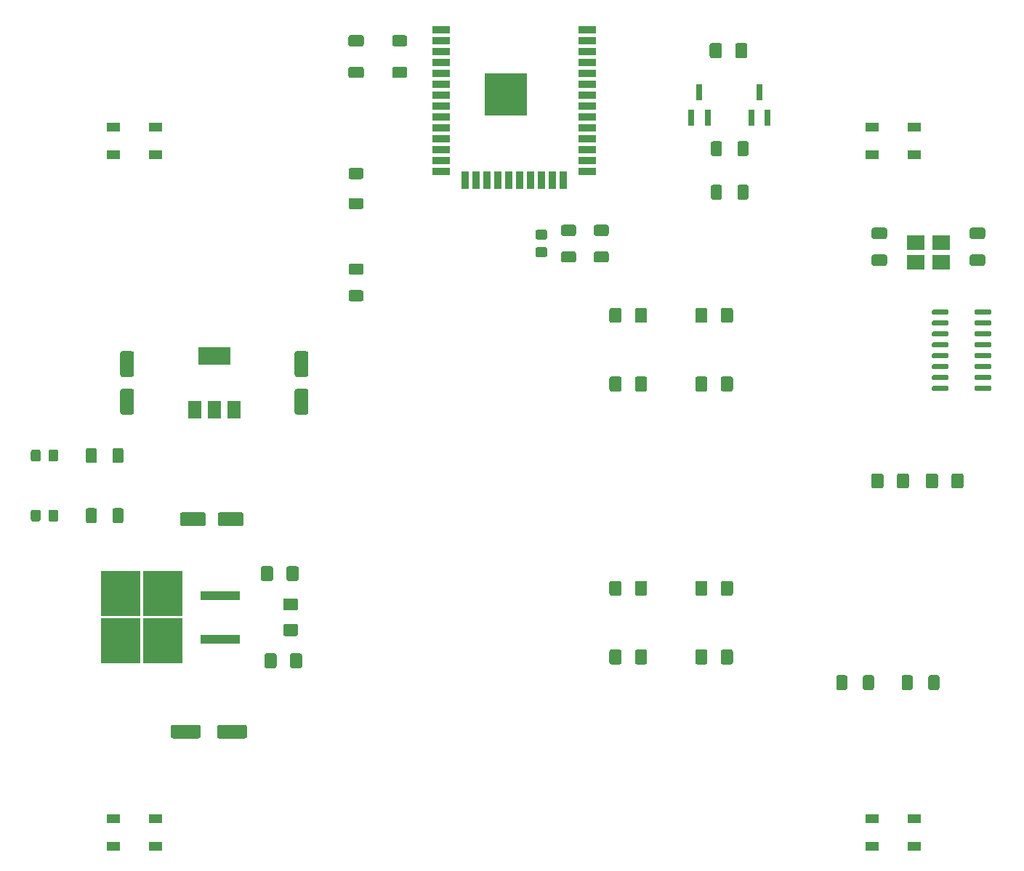
<source format=gtp>
G04 #@! TF.GenerationSoftware,KiCad,Pcbnew,(5.1.8)-1*
G04 #@! TF.CreationDate,2021-12-20T19:06:14+01:00*
G04 #@! TF.ProjectId,Elab car PCB,456c6162-2063-4617-9220-5043422e6b69,rev?*
G04 #@! TF.SameCoordinates,Original*
G04 #@! TF.FileFunction,Paste,Top*
G04 #@! TF.FilePolarity,Positive*
%FSLAX46Y46*%
G04 Gerber Fmt 4.6, Leading zero omitted, Abs format (unit mm)*
G04 Created by KiCad (PCBNEW (5.1.8)-1) date 2021-12-20 19:06:14*
%MOMM*%
%LPD*%
G01*
G04 APERTURE LIST*
%ADD10R,0.800000X1.900000*%
%ADD11R,5.000000X5.000000*%
%ADD12R,2.000000X0.900000*%
%ADD13R,0.900000X2.000000*%
%ADD14R,4.600000X1.100000*%
%ADD15R,4.550000X5.250000*%
%ADD16R,2.100000X1.800000*%
%ADD17R,3.800000X2.000000*%
%ADD18R,1.500000X2.000000*%
%ADD19R,1.500000X1.000000*%
G04 APERTURE END LIST*
D10*
X168275000Y-55650000D03*
X169225000Y-58650000D03*
X167325000Y-58650000D03*
X161290000Y-55650000D03*
X162240000Y-58650000D03*
X160340000Y-58650000D03*
D11*
X138700000Y-55887000D03*
D12*
X131200000Y-48387000D03*
X131200000Y-49657000D03*
X131200000Y-50927000D03*
X131200000Y-52197000D03*
X131200000Y-53467000D03*
X131200000Y-54737000D03*
X131200000Y-56007000D03*
X131200000Y-57277000D03*
X131200000Y-58547000D03*
X131200000Y-59817000D03*
X131200000Y-61087000D03*
X131200000Y-62357000D03*
X131200000Y-63627000D03*
X131200000Y-64897000D03*
D13*
X133985000Y-65897000D03*
X135255000Y-65897000D03*
X136525000Y-65897000D03*
X137795000Y-65897000D03*
X139065000Y-65897000D03*
X140335000Y-65897000D03*
X141605000Y-65897000D03*
X142875000Y-65897000D03*
X144145000Y-65897000D03*
X145415000Y-65897000D03*
D12*
X148200000Y-64897000D03*
X148200000Y-63627000D03*
X148200000Y-62357000D03*
X148200000Y-61087000D03*
X148200000Y-59817000D03*
X148200000Y-58547000D03*
X148200000Y-57277000D03*
X148200000Y-56007000D03*
X148200000Y-54737000D03*
X148200000Y-53467000D03*
X148200000Y-52197000D03*
X148200000Y-50927000D03*
X148200000Y-49657000D03*
X148200000Y-48387000D03*
G36*
G01*
X195285000Y-90020000D02*
X195285000Y-90320000D01*
G75*
G02*
X195135000Y-90470000I-150000J0D01*
G01*
X193485000Y-90470000D01*
G75*
G02*
X193335000Y-90320000I0J150000D01*
G01*
X193335000Y-90020000D01*
G75*
G02*
X193485000Y-89870000I150000J0D01*
G01*
X195135000Y-89870000D01*
G75*
G02*
X195285000Y-90020000I0J-150000D01*
G01*
G37*
G36*
G01*
X195285000Y-88750000D02*
X195285000Y-89050000D01*
G75*
G02*
X195135000Y-89200000I-150000J0D01*
G01*
X193485000Y-89200000D01*
G75*
G02*
X193335000Y-89050000I0J150000D01*
G01*
X193335000Y-88750000D01*
G75*
G02*
X193485000Y-88600000I150000J0D01*
G01*
X195135000Y-88600000D01*
G75*
G02*
X195285000Y-88750000I0J-150000D01*
G01*
G37*
G36*
G01*
X195285000Y-87480000D02*
X195285000Y-87780000D01*
G75*
G02*
X195135000Y-87930000I-150000J0D01*
G01*
X193485000Y-87930000D01*
G75*
G02*
X193335000Y-87780000I0J150000D01*
G01*
X193335000Y-87480000D01*
G75*
G02*
X193485000Y-87330000I150000J0D01*
G01*
X195135000Y-87330000D01*
G75*
G02*
X195285000Y-87480000I0J-150000D01*
G01*
G37*
G36*
G01*
X195285000Y-86210000D02*
X195285000Y-86510000D01*
G75*
G02*
X195135000Y-86660000I-150000J0D01*
G01*
X193485000Y-86660000D01*
G75*
G02*
X193335000Y-86510000I0J150000D01*
G01*
X193335000Y-86210000D01*
G75*
G02*
X193485000Y-86060000I150000J0D01*
G01*
X195135000Y-86060000D01*
G75*
G02*
X195285000Y-86210000I0J-150000D01*
G01*
G37*
G36*
G01*
X195285000Y-84940000D02*
X195285000Y-85240000D01*
G75*
G02*
X195135000Y-85390000I-150000J0D01*
G01*
X193485000Y-85390000D01*
G75*
G02*
X193335000Y-85240000I0J150000D01*
G01*
X193335000Y-84940000D01*
G75*
G02*
X193485000Y-84790000I150000J0D01*
G01*
X195135000Y-84790000D01*
G75*
G02*
X195285000Y-84940000I0J-150000D01*
G01*
G37*
G36*
G01*
X195285000Y-83670000D02*
X195285000Y-83970000D01*
G75*
G02*
X195135000Y-84120000I-150000J0D01*
G01*
X193485000Y-84120000D01*
G75*
G02*
X193335000Y-83970000I0J150000D01*
G01*
X193335000Y-83670000D01*
G75*
G02*
X193485000Y-83520000I150000J0D01*
G01*
X195135000Y-83520000D01*
G75*
G02*
X195285000Y-83670000I0J-150000D01*
G01*
G37*
G36*
G01*
X195285000Y-82400000D02*
X195285000Y-82700000D01*
G75*
G02*
X195135000Y-82850000I-150000J0D01*
G01*
X193485000Y-82850000D01*
G75*
G02*
X193335000Y-82700000I0J150000D01*
G01*
X193335000Y-82400000D01*
G75*
G02*
X193485000Y-82250000I150000J0D01*
G01*
X195135000Y-82250000D01*
G75*
G02*
X195285000Y-82400000I0J-150000D01*
G01*
G37*
G36*
G01*
X195285000Y-81130000D02*
X195285000Y-81430000D01*
G75*
G02*
X195135000Y-81580000I-150000J0D01*
G01*
X193485000Y-81580000D01*
G75*
G02*
X193335000Y-81430000I0J150000D01*
G01*
X193335000Y-81130000D01*
G75*
G02*
X193485000Y-80980000I150000J0D01*
G01*
X195135000Y-80980000D01*
G75*
G02*
X195285000Y-81130000I0J-150000D01*
G01*
G37*
G36*
G01*
X190335000Y-81130000D02*
X190335000Y-81430000D01*
G75*
G02*
X190185000Y-81580000I-150000J0D01*
G01*
X188535000Y-81580000D01*
G75*
G02*
X188385000Y-81430000I0J150000D01*
G01*
X188385000Y-81130000D01*
G75*
G02*
X188535000Y-80980000I150000J0D01*
G01*
X190185000Y-80980000D01*
G75*
G02*
X190335000Y-81130000I0J-150000D01*
G01*
G37*
G36*
G01*
X190335000Y-82400000D02*
X190335000Y-82700000D01*
G75*
G02*
X190185000Y-82850000I-150000J0D01*
G01*
X188535000Y-82850000D01*
G75*
G02*
X188385000Y-82700000I0J150000D01*
G01*
X188385000Y-82400000D01*
G75*
G02*
X188535000Y-82250000I150000J0D01*
G01*
X190185000Y-82250000D01*
G75*
G02*
X190335000Y-82400000I0J-150000D01*
G01*
G37*
G36*
G01*
X190335000Y-83670000D02*
X190335000Y-83970000D01*
G75*
G02*
X190185000Y-84120000I-150000J0D01*
G01*
X188535000Y-84120000D01*
G75*
G02*
X188385000Y-83970000I0J150000D01*
G01*
X188385000Y-83670000D01*
G75*
G02*
X188535000Y-83520000I150000J0D01*
G01*
X190185000Y-83520000D01*
G75*
G02*
X190335000Y-83670000I0J-150000D01*
G01*
G37*
G36*
G01*
X190335000Y-84940000D02*
X190335000Y-85240000D01*
G75*
G02*
X190185000Y-85390000I-150000J0D01*
G01*
X188535000Y-85390000D01*
G75*
G02*
X188385000Y-85240000I0J150000D01*
G01*
X188385000Y-84940000D01*
G75*
G02*
X188535000Y-84790000I150000J0D01*
G01*
X190185000Y-84790000D01*
G75*
G02*
X190335000Y-84940000I0J-150000D01*
G01*
G37*
G36*
G01*
X190335000Y-86210000D02*
X190335000Y-86510000D01*
G75*
G02*
X190185000Y-86660000I-150000J0D01*
G01*
X188535000Y-86660000D01*
G75*
G02*
X188385000Y-86510000I0J150000D01*
G01*
X188385000Y-86210000D01*
G75*
G02*
X188535000Y-86060000I150000J0D01*
G01*
X190185000Y-86060000D01*
G75*
G02*
X190335000Y-86210000I0J-150000D01*
G01*
G37*
G36*
G01*
X190335000Y-87480000D02*
X190335000Y-87780000D01*
G75*
G02*
X190185000Y-87930000I-150000J0D01*
G01*
X188535000Y-87930000D01*
G75*
G02*
X188385000Y-87780000I0J150000D01*
G01*
X188385000Y-87480000D01*
G75*
G02*
X188535000Y-87330000I150000J0D01*
G01*
X190185000Y-87330000D01*
G75*
G02*
X190335000Y-87480000I0J-150000D01*
G01*
G37*
G36*
G01*
X190335000Y-88750000D02*
X190335000Y-89050000D01*
G75*
G02*
X190185000Y-89200000I-150000J0D01*
G01*
X188535000Y-89200000D01*
G75*
G02*
X188385000Y-89050000I0J150000D01*
G01*
X188385000Y-88750000D01*
G75*
G02*
X188535000Y-88600000I150000J0D01*
G01*
X190185000Y-88600000D01*
G75*
G02*
X190335000Y-88750000I0J-150000D01*
G01*
G37*
G36*
G01*
X190335000Y-90020000D02*
X190335000Y-90320000D01*
G75*
G02*
X190185000Y-90470000I-150000J0D01*
G01*
X188535000Y-90470000D01*
G75*
G02*
X188385000Y-90320000I0J150000D01*
G01*
X188385000Y-90020000D01*
G75*
G02*
X188535000Y-89870000I150000J0D01*
G01*
X190185000Y-89870000D01*
G75*
G02*
X190335000Y-90020000I0J-150000D01*
G01*
G37*
D14*
X105470000Y-119380000D03*
X105470000Y-114300000D03*
D15*
X93895000Y-114065000D03*
X98745000Y-119615000D03*
X93895000Y-119615000D03*
X98745000Y-114065000D03*
G36*
G01*
X166882500Y-50175000D02*
X166882500Y-51425000D01*
G75*
G02*
X166632500Y-51675000I-250000J0D01*
G01*
X165707500Y-51675000D01*
G75*
G02*
X165457500Y-51425000I0J250000D01*
G01*
X165457500Y-50175000D01*
G75*
G02*
X165707500Y-49925000I250000J0D01*
G01*
X166632500Y-49925000D01*
G75*
G02*
X166882500Y-50175000I0J-250000D01*
G01*
G37*
G36*
G01*
X163907500Y-50175000D02*
X163907500Y-51425000D01*
G75*
G02*
X163657500Y-51675000I-250000J0D01*
G01*
X162732500Y-51675000D01*
G75*
G02*
X162482500Y-51425000I0J250000D01*
G01*
X162482500Y-50175000D01*
G75*
G02*
X162732500Y-49925000I250000J0D01*
G01*
X163657500Y-49925000D01*
G75*
G02*
X163907500Y-50175000I0J-250000D01*
G01*
G37*
G36*
G01*
X114595000Y-111135000D02*
X114595000Y-112385000D01*
G75*
G02*
X114345000Y-112635000I-250000J0D01*
G01*
X113420000Y-112635000D01*
G75*
G02*
X113170000Y-112385000I0J250000D01*
G01*
X113170000Y-111135000D01*
G75*
G02*
X113420000Y-110885000I250000J0D01*
G01*
X114345000Y-110885000D01*
G75*
G02*
X114595000Y-111135000I0J-250000D01*
G01*
G37*
G36*
G01*
X111620000Y-111135000D02*
X111620000Y-112385000D01*
G75*
G02*
X111370000Y-112635000I-250000J0D01*
G01*
X110445000Y-112635000D01*
G75*
G02*
X110195000Y-112385000I0J250000D01*
G01*
X110195000Y-111135000D01*
G75*
G02*
X110445000Y-110885000I250000J0D01*
G01*
X111370000Y-110885000D01*
G75*
G02*
X111620000Y-111135000I0J-250000D01*
G01*
G37*
G36*
G01*
X114290000Y-119040000D02*
X113040000Y-119040000D01*
G75*
G02*
X112790000Y-118790000I0J250000D01*
G01*
X112790000Y-117865000D01*
G75*
G02*
X113040000Y-117615000I250000J0D01*
G01*
X114290000Y-117615000D01*
G75*
G02*
X114540000Y-117865000I0J-250000D01*
G01*
X114540000Y-118790000D01*
G75*
G02*
X114290000Y-119040000I-250000J0D01*
G01*
G37*
G36*
G01*
X114290000Y-116065000D02*
X113040000Y-116065000D01*
G75*
G02*
X112790000Y-115815000I0J250000D01*
G01*
X112790000Y-114890000D01*
G75*
G02*
X113040000Y-114640000I250000J0D01*
G01*
X114290000Y-114640000D01*
G75*
G02*
X114540000Y-114890000I0J-250000D01*
G01*
X114540000Y-115815000D01*
G75*
G02*
X114290000Y-116065000I-250000J0D01*
G01*
G37*
G36*
G01*
X160800000Y-90286500D02*
X160800000Y-89036500D01*
G75*
G02*
X161050000Y-88786500I250000J0D01*
G01*
X161975000Y-88786500D01*
G75*
G02*
X162225000Y-89036500I0J-250000D01*
G01*
X162225000Y-90286500D01*
G75*
G02*
X161975000Y-90536500I-250000J0D01*
G01*
X161050000Y-90536500D01*
G75*
G02*
X160800000Y-90286500I0J250000D01*
G01*
G37*
G36*
G01*
X163775000Y-90286500D02*
X163775000Y-89036500D01*
G75*
G02*
X164025000Y-88786500I250000J0D01*
G01*
X164950000Y-88786500D01*
G75*
G02*
X165200000Y-89036500I0J-250000D01*
G01*
X165200000Y-90286500D01*
G75*
G02*
X164950000Y-90536500I-250000J0D01*
G01*
X164025000Y-90536500D01*
G75*
G02*
X163775000Y-90286500I0J250000D01*
G01*
G37*
G36*
G01*
X150800000Y-90286500D02*
X150800000Y-89036500D01*
G75*
G02*
X151050000Y-88786500I250000J0D01*
G01*
X151975000Y-88786500D01*
G75*
G02*
X152225000Y-89036500I0J-250000D01*
G01*
X152225000Y-90286500D01*
G75*
G02*
X151975000Y-90536500I-250000J0D01*
G01*
X151050000Y-90536500D01*
G75*
G02*
X150800000Y-90286500I0J250000D01*
G01*
G37*
G36*
G01*
X153775000Y-90286500D02*
X153775000Y-89036500D01*
G75*
G02*
X154025000Y-88786500I250000J0D01*
G01*
X154950000Y-88786500D01*
G75*
G02*
X155200000Y-89036500I0J-250000D01*
G01*
X155200000Y-90286500D01*
G75*
G02*
X154950000Y-90536500I-250000J0D01*
G01*
X154025000Y-90536500D01*
G75*
G02*
X153775000Y-90286500I0J250000D01*
G01*
G37*
G36*
G01*
X160800000Y-114100000D02*
X160800000Y-112850000D01*
G75*
G02*
X161050000Y-112600000I250000J0D01*
G01*
X161975000Y-112600000D01*
G75*
G02*
X162225000Y-112850000I0J-250000D01*
G01*
X162225000Y-114100000D01*
G75*
G02*
X161975000Y-114350000I-250000J0D01*
G01*
X161050000Y-114350000D01*
G75*
G02*
X160800000Y-114100000I0J250000D01*
G01*
G37*
G36*
G01*
X163775000Y-114100000D02*
X163775000Y-112850000D01*
G75*
G02*
X164025000Y-112600000I250000J0D01*
G01*
X164950000Y-112600000D01*
G75*
G02*
X165200000Y-112850000I0J-250000D01*
G01*
X165200000Y-114100000D01*
G75*
G02*
X164950000Y-114350000I-250000J0D01*
G01*
X164025000Y-114350000D01*
G75*
G02*
X163775000Y-114100000I0J250000D01*
G01*
G37*
G36*
G01*
X150800000Y-122100000D02*
X150800000Y-120850000D01*
G75*
G02*
X151050000Y-120600000I250000J0D01*
G01*
X151975000Y-120600000D01*
G75*
G02*
X152225000Y-120850000I0J-250000D01*
G01*
X152225000Y-122100000D01*
G75*
G02*
X151975000Y-122350000I-250000J0D01*
G01*
X151050000Y-122350000D01*
G75*
G02*
X150800000Y-122100000I0J250000D01*
G01*
G37*
G36*
G01*
X153775000Y-122100000D02*
X153775000Y-120850000D01*
G75*
G02*
X154025000Y-120600000I250000J0D01*
G01*
X154950000Y-120600000D01*
G75*
G02*
X155200000Y-120850000I0J-250000D01*
G01*
X155200000Y-122100000D01*
G75*
G02*
X154950000Y-122350000I-250000J0D01*
G01*
X154025000Y-122350000D01*
G75*
G02*
X153775000Y-122100000I0J250000D01*
G01*
G37*
G36*
G01*
X160800000Y-82286500D02*
X160800000Y-81036500D01*
G75*
G02*
X161050000Y-80786500I250000J0D01*
G01*
X161975000Y-80786500D01*
G75*
G02*
X162225000Y-81036500I0J-250000D01*
G01*
X162225000Y-82286500D01*
G75*
G02*
X161975000Y-82536500I-250000J0D01*
G01*
X161050000Y-82536500D01*
G75*
G02*
X160800000Y-82286500I0J250000D01*
G01*
G37*
G36*
G01*
X163775000Y-82286500D02*
X163775000Y-81036500D01*
G75*
G02*
X164025000Y-80786500I250000J0D01*
G01*
X164950000Y-80786500D01*
G75*
G02*
X165200000Y-81036500I0J-250000D01*
G01*
X165200000Y-82286500D01*
G75*
G02*
X164950000Y-82536500I-250000J0D01*
G01*
X164025000Y-82536500D01*
G75*
G02*
X163775000Y-82286500I0J250000D01*
G01*
G37*
G36*
G01*
X150800000Y-82286500D02*
X150800000Y-81036500D01*
G75*
G02*
X151050000Y-80786500I250000J0D01*
G01*
X151975000Y-80786500D01*
G75*
G02*
X152225000Y-81036500I0J-250000D01*
G01*
X152225000Y-82286500D01*
G75*
G02*
X151975000Y-82536500I-250000J0D01*
G01*
X151050000Y-82536500D01*
G75*
G02*
X150800000Y-82286500I0J250000D01*
G01*
G37*
G36*
G01*
X153775000Y-82286500D02*
X153775000Y-81036500D01*
G75*
G02*
X154025000Y-80786500I250000J0D01*
G01*
X154950000Y-80786500D01*
G75*
G02*
X155200000Y-81036500I0J-250000D01*
G01*
X155200000Y-82286500D01*
G75*
G02*
X154950000Y-82536500I-250000J0D01*
G01*
X154025000Y-82536500D01*
G75*
G02*
X153775000Y-82286500I0J250000D01*
G01*
G37*
G36*
G01*
X160800000Y-122100000D02*
X160800000Y-120850000D01*
G75*
G02*
X161050000Y-120600000I250000J0D01*
G01*
X161975000Y-120600000D01*
G75*
G02*
X162225000Y-120850000I0J-250000D01*
G01*
X162225000Y-122100000D01*
G75*
G02*
X161975000Y-122350000I-250000J0D01*
G01*
X161050000Y-122350000D01*
G75*
G02*
X160800000Y-122100000I0J250000D01*
G01*
G37*
G36*
G01*
X163775000Y-122100000D02*
X163775000Y-120850000D01*
G75*
G02*
X164025000Y-120600000I250000J0D01*
G01*
X164950000Y-120600000D01*
G75*
G02*
X165200000Y-120850000I0J-250000D01*
G01*
X165200000Y-122100000D01*
G75*
G02*
X164950000Y-122350000I-250000J0D01*
G01*
X164025000Y-122350000D01*
G75*
G02*
X163775000Y-122100000I0J250000D01*
G01*
G37*
G36*
G01*
X150800000Y-114100000D02*
X150800000Y-112850000D01*
G75*
G02*
X151050000Y-112600000I250000J0D01*
G01*
X151975000Y-112600000D01*
G75*
G02*
X152225000Y-112850000I0J-250000D01*
G01*
X152225000Y-114100000D01*
G75*
G02*
X151975000Y-114350000I-250000J0D01*
G01*
X151050000Y-114350000D01*
G75*
G02*
X150800000Y-114100000I0J250000D01*
G01*
G37*
G36*
G01*
X153775000Y-114100000D02*
X153775000Y-112850000D01*
G75*
G02*
X154025000Y-112600000I250000J0D01*
G01*
X154950000Y-112600000D01*
G75*
G02*
X155200000Y-112850000I0J-250000D01*
G01*
X155200000Y-114100000D01*
G75*
G02*
X154950000Y-114350000I-250000J0D01*
G01*
X154025000Y-114350000D01*
G75*
G02*
X153775000Y-114100000I0J250000D01*
G01*
G37*
G36*
G01*
X110612500Y-122545000D02*
X110612500Y-121295000D01*
G75*
G02*
X110862500Y-121045000I250000J0D01*
G01*
X111787500Y-121045000D01*
G75*
G02*
X112037500Y-121295000I0J-250000D01*
G01*
X112037500Y-122545000D01*
G75*
G02*
X111787500Y-122795000I-250000J0D01*
G01*
X110862500Y-122795000D01*
G75*
G02*
X110612500Y-122545000I0J250000D01*
G01*
G37*
G36*
G01*
X113587500Y-122545000D02*
X113587500Y-121295000D01*
G75*
G02*
X113837500Y-121045000I250000J0D01*
G01*
X114762500Y-121045000D01*
G75*
G02*
X115012500Y-121295000I0J-250000D01*
G01*
X115012500Y-122545000D01*
G75*
G02*
X114762500Y-122795000I-250000J0D01*
G01*
X113837500Y-122795000D01*
G75*
G02*
X113587500Y-122545000I0J250000D01*
G01*
G37*
G36*
G01*
X181315000Y-101590000D02*
X181315000Y-100340000D01*
G75*
G02*
X181565000Y-100090000I250000J0D01*
G01*
X182490000Y-100090000D01*
G75*
G02*
X182740000Y-100340000I0J-250000D01*
G01*
X182740000Y-101590000D01*
G75*
G02*
X182490000Y-101840000I-250000J0D01*
G01*
X181565000Y-101840000D01*
G75*
G02*
X181315000Y-101590000I0J250000D01*
G01*
G37*
G36*
G01*
X184290000Y-101590000D02*
X184290000Y-100340000D01*
G75*
G02*
X184540000Y-100090000I250000J0D01*
G01*
X185465000Y-100090000D01*
G75*
G02*
X185715000Y-100340000I0J-250000D01*
G01*
X185715000Y-101590000D01*
G75*
G02*
X185465000Y-101840000I-250000J0D01*
G01*
X184540000Y-101840000D01*
G75*
G02*
X184290000Y-101590000I0J250000D01*
G01*
G37*
D16*
X186510000Y-75445000D03*
X189410000Y-75445000D03*
X189410000Y-73145000D03*
X186510000Y-73145000D03*
D17*
X104775000Y-86360000D03*
D18*
X104775000Y-92660000D03*
X107075000Y-92660000D03*
X102475000Y-92660000D03*
G36*
G01*
X184845000Y-125085000D02*
X184845000Y-123835000D01*
G75*
G02*
X185095000Y-123585000I250000J0D01*
G01*
X185895000Y-123585000D01*
G75*
G02*
X186145000Y-123835000I0J-250000D01*
G01*
X186145000Y-125085000D01*
G75*
G02*
X185895000Y-125335000I-250000J0D01*
G01*
X185095000Y-125335000D01*
G75*
G02*
X184845000Y-125085000I0J250000D01*
G01*
G37*
G36*
G01*
X187945000Y-125085000D02*
X187945000Y-123835000D01*
G75*
G02*
X188195000Y-123585000I250000J0D01*
G01*
X188995000Y-123585000D01*
G75*
G02*
X189245000Y-123835000I0J-250000D01*
G01*
X189245000Y-125085000D01*
G75*
G02*
X188995000Y-125335000I-250000J0D01*
G01*
X188195000Y-125335000D01*
G75*
G02*
X187945000Y-125085000I0J250000D01*
G01*
G37*
G36*
G01*
X177225000Y-125085000D02*
X177225000Y-123835000D01*
G75*
G02*
X177475000Y-123585000I250000J0D01*
G01*
X178275000Y-123585000D01*
G75*
G02*
X178525000Y-123835000I0J-250000D01*
G01*
X178525000Y-125085000D01*
G75*
G02*
X178275000Y-125335000I-250000J0D01*
G01*
X177475000Y-125335000D01*
G75*
G02*
X177225000Y-125085000I0J250000D01*
G01*
G37*
G36*
G01*
X180325000Y-125085000D02*
X180325000Y-123835000D01*
G75*
G02*
X180575000Y-123585000I250000J0D01*
G01*
X181375000Y-123585000D01*
G75*
G02*
X181625000Y-123835000I0J-250000D01*
G01*
X181625000Y-125085000D01*
G75*
G02*
X181375000Y-125335000I-250000J0D01*
G01*
X180575000Y-125335000D01*
G75*
G02*
X180325000Y-125085000I0J250000D01*
G01*
G37*
G36*
G01*
X150485000Y-75505000D02*
X149235000Y-75505000D01*
G75*
G02*
X148985000Y-75255000I0J250000D01*
G01*
X148985000Y-74455000D01*
G75*
G02*
X149235000Y-74205000I250000J0D01*
G01*
X150485000Y-74205000D01*
G75*
G02*
X150735000Y-74455000I0J-250000D01*
G01*
X150735000Y-75255000D01*
G75*
G02*
X150485000Y-75505000I-250000J0D01*
G01*
G37*
G36*
G01*
X150485000Y-72405000D02*
X149235000Y-72405000D01*
G75*
G02*
X148985000Y-72155000I0J250000D01*
G01*
X148985000Y-71355000D01*
G75*
G02*
X149235000Y-71105000I250000J0D01*
G01*
X150485000Y-71105000D01*
G75*
G02*
X150735000Y-71355000I0J-250000D01*
G01*
X150735000Y-72155000D01*
G75*
G02*
X150485000Y-72405000I-250000J0D01*
G01*
G37*
G36*
G01*
X162620000Y-62855000D02*
X162620000Y-61605000D01*
G75*
G02*
X162870000Y-61355000I250000J0D01*
G01*
X163670000Y-61355000D01*
G75*
G02*
X163920000Y-61605000I0J-250000D01*
G01*
X163920000Y-62855000D01*
G75*
G02*
X163670000Y-63105000I-250000J0D01*
G01*
X162870000Y-63105000D01*
G75*
G02*
X162620000Y-62855000I0J250000D01*
G01*
G37*
G36*
G01*
X165720000Y-62855000D02*
X165720000Y-61605000D01*
G75*
G02*
X165970000Y-61355000I250000J0D01*
G01*
X166770000Y-61355000D01*
G75*
G02*
X167020000Y-61605000I0J-250000D01*
G01*
X167020000Y-62855000D01*
G75*
G02*
X166770000Y-63105000I-250000J0D01*
G01*
X165970000Y-63105000D01*
G75*
G02*
X165720000Y-62855000I0J250000D01*
G01*
G37*
G36*
G01*
X167020000Y-66685000D02*
X167020000Y-67935000D01*
G75*
G02*
X166770000Y-68185000I-250000J0D01*
G01*
X165970000Y-68185000D01*
G75*
G02*
X165720000Y-67935000I0J250000D01*
G01*
X165720000Y-66685000D01*
G75*
G02*
X165970000Y-66435000I250000J0D01*
G01*
X166770000Y-66435000D01*
G75*
G02*
X167020000Y-66685000I0J-250000D01*
G01*
G37*
G36*
G01*
X163920000Y-66685000D02*
X163920000Y-67935000D01*
G75*
G02*
X163670000Y-68185000I-250000J0D01*
G01*
X162870000Y-68185000D01*
G75*
G02*
X162620000Y-67935000I0J250000D01*
G01*
X162620000Y-66685000D01*
G75*
G02*
X162870000Y-66435000I250000J0D01*
G01*
X163670000Y-66435000D01*
G75*
G02*
X163920000Y-66685000I0J-250000D01*
G01*
G37*
G36*
G01*
X94200000Y-104375000D02*
X94200000Y-105625000D01*
G75*
G02*
X93950000Y-105875000I-250000J0D01*
G01*
X93150000Y-105875000D01*
G75*
G02*
X92900000Y-105625000I0J250000D01*
G01*
X92900000Y-104375000D01*
G75*
G02*
X93150000Y-104125000I250000J0D01*
G01*
X93950000Y-104125000D01*
G75*
G02*
X94200000Y-104375000I0J-250000D01*
G01*
G37*
G36*
G01*
X91100000Y-104375000D02*
X91100000Y-105625000D01*
G75*
G02*
X90850000Y-105875000I-250000J0D01*
G01*
X90050000Y-105875000D01*
G75*
G02*
X89800000Y-105625000I0J250000D01*
G01*
X89800000Y-104375000D01*
G75*
G02*
X90050000Y-104125000I250000J0D01*
G01*
X90850000Y-104125000D01*
G75*
G02*
X91100000Y-104375000I0J-250000D01*
G01*
G37*
G36*
G01*
X94200000Y-97375000D02*
X94200000Y-98625000D01*
G75*
G02*
X93950000Y-98875000I-250000J0D01*
G01*
X93150000Y-98875000D01*
G75*
G02*
X92900000Y-98625000I0J250000D01*
G01*
X92900000Y-97375000D01*
G75*
G02*
X93150000Y-97125000I250000J0D01*
G01*
X93950000Y-97125000D01*
G75*
G02*
X94200000Y-97375000I0J-250000D01*
G01*
G37*
G36*
G01*
X91100000Y-97375000D02*
X91100000Y-98625000D01*
G75*
G02*
X90850000Y-98875000I-250000J0D01*
G01*
X90050000Y-98875000D01*
G75*
G02*
X89800000Y-98625000I0J250000D01*
G01*
X89800000Y-97375000D01*
G75*
G02*
X90050000Y-97125000I250000J0D01*
G01*
X90850000Y-97125000D01*
G75*
G02*
X91100000Y-97375000I0J-250000D01*
G01*
G37*
G36*
G01*
X121910000Y-80025000D02*
X120660000Y-80025000D01*
G75*
G02*
X120410000Y-79775000I0J250000D01*
G01*
X120410000Y-78975000D01*
G75*
G02*
X120660000Y-78725000I250000J0D01*
G01*
X121910000Y-78725000D01*
G75*
G02*
X122160000Y-78975000I0J-250000D01*
G01*
X122160000Y-79775000D01*
G75*
G02*
X121910000Y-80025000I-250000J0D01*
G01*
G37*
G36*
G01*
X121910000Y-76925000D02*
X120660000Y-76925000D01*
G75*
G02*
X120410000Y-76675000I0J250000D01*
G01*
X120410000Y-75875000D01*
G75*
G02*
X120660000Y-75625000I250000J0D01*
G01*
X121910000Y-75625000D01*
G75*
G02*
X122160000Y-75875000I0J-250000D01*
G01*
X122160000Y-76675000D01*
G75*
G02*
X121910000Y-76925000I-250000J0D01*
G01*
G37*
G36*
G01*
X121910400Y-69285000D02*
X120659600Y-69285000D01*
G75*
G02*
X120410000Y-69035400I0J249600D01*
G01*
X120410000Y-68234600D01*
G75*
G02*
X120659600Y-67985000I249600J0D01*
G01*
X121910400Y-67985000D01*
G75*
G02*
X122160000Y-68234600I0J-249600D01*
G01*
X122160000Y-69035400D01*
G75*
G02*
X121910400Y-69285000I-249600J0D01*
G01*
G37*
G36*
G01*
X121910000Y-65775000D02*
X120660000Y-65775000D01*
G75*
G02*
X120410000Y-65525000I0J250000D01*
G01*
X120410000Y-64725000D01*
G75*
G02*
X120660000Y-64475000I250000J0D01*
G01*
X121910000Y-64475000D01*
G75*
G02*
X122160000Y-64725000I0J-250000D01*
G01*
X122160000Y-65525000D01*
G75*
G02*
X121910000Y-65775000I-250000J0D01*
G01*
G37*
G36*
G01*
X125739600Y-49007000D02*
X126990400Y-49007000D01*
G75*
G02*
X127240000Y-49256600I0J-249600D01*
G01*
X127240000Y-50057400D01*
G75*
G02*
X126990400Y-50307000I-249600J0D01*
G01*
X125739600Y-50307000D01*
G75*
G02*
X125490000Y-50057400I0J249600D01*
G01*
X125490000Y-49256600D01*
G75*
G02*
X125739600Y-49007000I249600J0D01*
G01*
G37*
G36*
G01*
X125740000Y-52690000D02*
X126990000Y-52690000D01*
G75*
G02*
X127240000Y-52940000I0J-250000D01*
G01*
X127240000Y-53740000D01*
G75*
G02*
X126990000Y-53990000I-250000J0D01*
G01*
X125740000Y-53990000D01*
G75*
G02*
X125490000Y-53740000I0J250000D01*
G01*
X125490000Y-52940000D01*
G75*
G02*
X125740000Y-52690000I250000J0D01*
G01*
G37*
G36*
G01*
X146675000Y-75505000D02*
X145425000Y-75505000D01*
G75*
G02*
X145175000Y-75255000I0J250000D01*
G01*
X145175000Y-74455000D01*
G75*
G02*
X145425000Y-74205000I250000J0D01*
G01*
X146675000Y-74205000D01*
G75*
G02*
X146925000Y-74455000I0J-250000D01*
G01*
X146925000Y-75255000D01*
G75*
G02*
X146675000Y-75505000I-250000J0D01*
G01*
G37*
G36*
G01*
X146675000Y-72405000D02*
X145425000Y-72405000D01*
G75*
G02*
X145175000Y-72155000I0J250000D01*
G01*
X145175000Y-71355000D01*
G75*
G02*
X145425000Y-71105000I250000J0D01*
G01*
X146675000Y-71105000D01*
G75*
G02*
X146925000Y-71355000I0J-250000D01*
G01*
X146925000Y-72155000D01*
G75*
G02*
X146675000Y-72405000I-250000J0D01*
G01*
G37*
G36*
G01*
X187665000Y-101590000D02*
X187665000Y-100340000D01*
G75*
G02*
X187915000Y-100090000I250000J0D01*
G01*
X188840000Y-100090000D01*
G75*
G02*
X189090000Y-100340000I0J-250000D01*
G01*
X189090000Y-101590000D01*
G75*
G02*
X188840000Y-101840000I-250000J0D01*
G01*
X187915000Y-101840000D01*
G75*
G02*
X187665000Y-101590000I0J250000D01*
G01*
G37*
G36*
G01*
X190640000Y-101590000D02*
X190640000Y-100340000D01*
G75*
G02*
X190890000Y-100090000I250000J0D01*
G01*
X191815000Y-100090000D01*
G75*
G02*
X192065000Y-100340000I0J-250000D01*
G01*
X192065000Y-101590000D01*
G75*
G02*
X191815000Y-101840000I-250000J0D01*
G01*
X190890000Y-101840000D01*
G75*
G02*
X190640000Y-101590000I0J250000D01*
G01*
G37*
G36*
G01*
X83400000Y-105450001D02*
X83400000Y-104549999D01*
G75*
G02*
X83649999Y-104300000I249999J0D01*
G01*
X84300001Y-104300000D01*
G75*
G02*
X84550000Y-104549999I0J-249999D01*
G01*
X84550000Y-105450001D01*
G75*
G02*
X84300001Y-105700000I-249999J0D01*
G01*
X83649999Y-105700000D01*
G75*
G02*
X83400000Y-105450001I0J249999D01*
G01*
G37*
G36*
G01*
X85450000Y-105450001D02*
X85450000Y-104549999D01*
G75*
G02*
X85699999Y-104300000I249999J0D01*
G01*
X86350001Y-104300000D01*
G75*
G02*
X86600000Y-104549999I0J-249999D01*
G01*
X86600000Y-105450001D01*
G75*
G02*
X86350001Y-105700000I-249999J0D01*
G01*
X85699999Y-105700000D01*
G75*
G02*
X85450000Y-105450001I0J249999D01*
G01*
G37*
G36*
G01*
X83400000Y-98450001D02*
X83400000Y-97549999D01*
G75*
G02*
X83649999Y-97300000I249999J0D01*
G01*
X84300001Y-97300000D01*
G75*
G02*
X84550000Y-97549999I0J-249999D01*
G01*
X84550000Y-98450001D01*
G75*
G02*
X84300001Y-98700000I-249999J0D01*
G01*
X83649999Y-98700000D01*
G75*
G02*
X83400000Y-98450001I0J249999D01*
G01*
G37*
G36*
G01*
X85450000Y-98450001D02*
X85450000Y-97549999D01*
G75*
G02*
X85699999Y-97300000I249999J0D01*
G01*
X86350001Y-97300000D01*
G75*
G02*
X86600000Y-97549999I0J-249999D01*
G01*
X86600000Y-98450001D01*
G75*
G02*
X86350001Y-98700000I-249999J0D01*
G01*
X85699999Y-98700000D01*
G75*
G02*
X85450000Y-98450001I0J249999D01*
G01*
G37*
G36*
G01*
X143325001Y-74870000D02*
X142424999Y-74870000D01*
G75*
G02*
X142175000Y-74620001I0J249999D01*
G01*
X142175000Y-73969999D01*
G75*
G02*
X142424999Y-73720000I249999J0D01*
G01*
X143325001Y-73720000D01*
G75*
G02*
X143575000Y-73969999I0J-249999D01*
G01*
X143575000Y-74620001D01*
G75*
G02*
X143325001Y-74870000I-249999J0D01*
G01*
G37*
G36*
G01*
X143325001Y-72820000D02*
X142424999Y-72820000D01*
G75*
G02*
X142175000Y-72570001I0J249999D01*
G01*
X142175000Y-71919999D01*
G75*
G02*
X142424999Y-71670000I249999J0D01*
G01*
X143325001Y-71670000D01*
G75*
G02*
X143575000Y-71919999I0J-249999D01*
G01*
X143575000Y-72570001D01*
G75*
G02*
X143325001Y-72820000I-249999J0D01*
G01*
G37*
D19*
X186350000Y-62900000D03*
X186350000Y-59700000D03*
X181450000Y-62900000D03*
X181450000Y-59700000D03*
X186350000Y-143500000D03*
X186350000Y-140300000D03*
X181450000Y-143500000D03*
X181450000Y-140300000D03*
X97950000Y-143500000D03*
X97950000Y-140300000D03*
X93050000Y-143500000D03*
X93050000Y-140300000D03*
X97950000Y-62900000D03*
X97950000Y-59700000D03*
X93050000Y-62900000D03*
X93050000Y-59700000D03*
G36*
G01*
X121935001Y-54002500D02*
X120634999Y-54002500D01*
G75*
G02*
X120385000Y-53752501I0J249999D01*
G01*
X120385000Y-52927499D01*
G75*
G02*
X120634999Y-52677500I249999J0D01*
G01*
X121935001Y-52677500D01*
G75*
G02*
X122185000Y-52927499I0J-249999D01*
G01*
X122185000Y-53752501D01*
G75*
G02*
X121935001Y-54002500I-249999J0D01*
G01*
G37*
G36*
G01*
X121934575Y-50319500D02*
X120635425Y-50319500D01*
G75*
G02*
X120385000Y-50069075I0J250425D01*
G01*
X120385000Y-49244925D01*
G75*
G02*
X120635425Y-48994500I250425J0D01*
G01*
X121934575Y-48994500D01*
G75*
G02*
X122185000Y-49244925I0J-250425D01*
G01*
X122185000Y-50069075D01*
G75*
G02*
X121934575Y-50319500I-250425J0D01*
G01*
G37*
G36*
G01*
X108180000Y-104860000D02*
X108180000Y-105960000D01*
G75*
G02*
X107930000Y-106210000I-250000J0D01*
G01*
X105430000Y-106210000D01*
G75*
G02*
X105180000Y-105960000I0J250000D01*
G01*
X105180000Y-104860000D01*
G75*
G02*
X105430000Y-104610000I250000J0D01*
G01*
X107930000Y-104610000D01*
G75*
G02*
X108180000Y-104860000I0J-250000D01*
G01*
G37*
G36*
G01*
X103780000Y-104860000D02*
X103780000Y-105960000D01*
G75*
G02*
X103530000Y-106210000I-250000J0D01*
G01*
X101030000Y-106210000D01*
G75*
G02*
X100780000Y-105960000I0J250000D01*
G01*
X100780000Y-104860000D01*
G75*
G02*
X101030000Y-104610000I250000J0D01*
G01*
X103530000Y-104610000D01*
G75*
G02*
X103780000Y-104860000I0J-250000D01*
G01*
G37*
G36*
G01*
X108590000Y-129625000D02*
X108590000Y-130725000D01*
G75*
G02*
X108340000Y-130975000I-250000J0D01*
G01*
X105340000Y-130975000D01*
G75*
G02*
X105090000Y-130725000I0J250000D01*
G01*
X105090000Y-129625000D01*
G75*
G02*
X105340000Y-129375000I250000J0D01*
G01*
X108340000Y-129375000D01*
G75*
G02*
X108590000Y-129625000I0J-250000D01*
G01*
G37*
G36*
G01*
X103190000Y-129625000D02*
X103190000Y-130725000D01*
G75*
G02*
X102940000Y-130975000I-250000J0D01*
G01*
X99940000Y-130975000D01*
G75*
G02*
X99690000Y-130725000I0J250000D01*
G01*
X99690000Y-129625000D01*
G75*
G02*
X99940000Y-129375000I250000J0D01*
G01*
X102940000Y-129375000D01*
G75*
G02*
X103190000Y-129625000I0J-250000D01*
G01*
G37*
G36*
G01*
X95165000Y-93235000D02*
X94065000Y-93235000D01*
G75*
G02*
X93815000Y-92985000I0J250000D01*
G01*
X93815000Y-90485000D01*
G75*
G02*
X94065000Y-90235000I250000J0D01*
G01*
X95165000Y-90235000D01*
G75*
G02*
X95415000Y-90485000I0J-250000D01*
G01*
X95415000Y-92985000D01*
G75*
G02*
X95165000Y-93235000I-250000J0D01*
G01*
G37*
G36*
G01*
X95165000Y-88835000D02*
X94065000Y-88835000D01*
G75*
G02*
X93815000Y-88585000I0J250000D01*
G01*
X93815000Y-86085000D01*
G75*
G02*
X94065000Y-85835000I250000J0D01*
G01*
X95165000Y-85835000D01*
G75*
G02*
X95415000Y-86085000I0J-250000D01*
G01*
X95415000Y-88585000D01*
G75*
G02*
X95165000Y-88835000I-250000J0D01*
G01*
G37*
G36*
G01*
X115485000Y-93235000D02*
X114385000Y-93235000D01*
G75*
G02*
X114135000Y-92985000I0J250000D01*
G01*
X114135000Y-90485000D01*
G75*
G02*
X114385000Y-90235000I250000J0D01*
G01*
X115485000Y-90235000D01*
G75*
G02*
X115735000Y-90485000I0J-250000D01*
G01*
X115735000Y-92985000D01*
G75*
G02*
X115485000Y-93235000I-250000J0D01*
G01*
G37*
G36*
G01*
X115485000Y-88835000D02*
X114385000Y-88835000D01*
G75*
G02*
X114135000Y-88585000I0J250000D01*
G01*
X114135000Y-86085000D01*
G75*
G02*
X114385000Y-85835000I250000J0D01*
G01*
X115485000Y-85835000D01*
G75*
G02*
X115735000Y-86085000I0J-250000D01*
G01*
X115735000Y-88585000D01*
G75*
G02*
X115485000Y-88835000I-250000J0D01*
G01*
G37*
G36*
G01*
X193024999Y-71435000D02*
X194325001Y-71435000D01*
G75*
G02*
X194575000Y-71684999I0J-249999D01*
G01*
X194575000Y-72510001D01*
G75*
G02*
X194325001Y-72760000I-249999J0D01*
G01*
X193024999Y-72760000D01*
G75*
G02*
X192775000Y-72510001I0J249999D01*
G01*
X192775000Y-71684999D01*
G75*
G02*
X193024999Y-71435000I249999J0D01*
G01*
G37*
G36*
G01*
X193024999Y-74560000D02*
X194325001Y-74560000D01*
G75*
G02*
X194575000Y-74809999I0J-249999D01*
G01*
X194575000Y-75635001D01*
G75*
G02*
X194325001Y-75885000I-249999J0D01*
G01*
X193024999Y-75885000D01*
G75*
G02*
X192775000Y-75635001I0J249999D01*
G01*
X192775000Y-74809999D01*
G75*
G02*
X193024999Y-74560000I249999J0D01*
G01*
G37*
G36*
G01*
X182895001Y-75885000D02*
X181594999Y-75885000D01*
G75*
G02*
X181345000Y-75635001I0J249999D01*
G01*
X181345000Y-74809999D01*
G75*
G02*
X181594999Y-74560000I249999J0D01*
G01*
X182895001Y-74560000D01*
G75*
G02*
X183145000Y-74809999I0J-249999D01*
G01*
X183145000Y-75635001D01*
G75*
G02*
X182895001Y-75885000I-249999J0D01*
G01*
G37*
G36*
G01*
X182895001Y-72760000D02*
X181594999Y-72760000D01*
G75*
G02*
X181345000Y-72510001I0J249999D01*
G01*
X181345000Y-71684999D01*
G75*
G02*
X181594999Y-71435000I249999J0D01*
G01*
X182895001Y-71435000D01*
G75*
G02*
X183145000Y-71684999I0J-249999D01*
G01*
X183145000Y-72510001D01*
G75*
G02*
X182895001Y-72760000I-249999J0D01*
G01*
G37*
M02*

</source>
